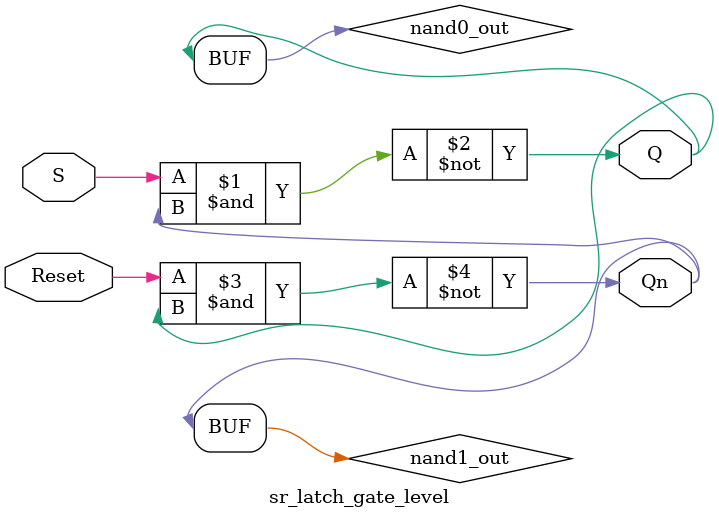
<source format=v>
module sr_latch_gate_level (
    input wire S,   // Set
    input wire Reset,   // Reset
    output wire Q,  // Output
    output wire Qn  // Inverted output
);

    wire nand0_out, nand1_out;

 
    nand (nand0_out, S, Qn);  
    nand (nand1_out, Reset, Q);  

    assign Q = nand0_out;
    assign Qn = nand1_out;

endmodule

</source>
